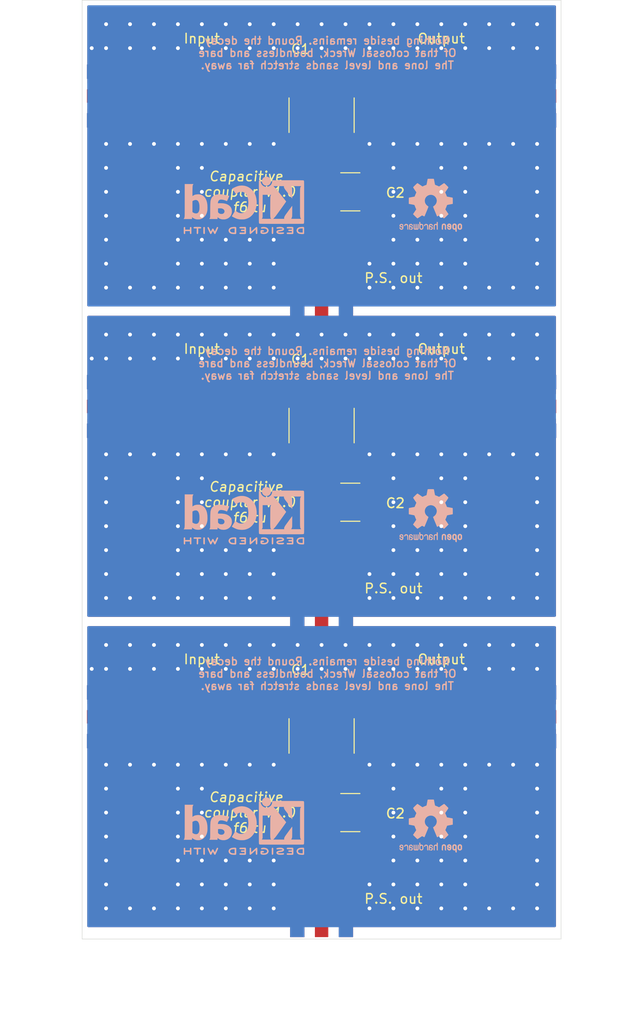
<source format=kicad_pcb>
(kicad_pcb (version 20171130) (host pcbnew "(5.1.5)-3")
  (layers (0 F.Cu signal) (31 B.Cu signal) (34 B.Paste user) (35 F.Paste user) (36 B.SilkS user) (37 F.SilkS user) (38 B.Mask user) (39 F.Mask user) (44 Edge.Cuts user))
  (net 0 "")
  (net 1 "Net-(C1-Pad1)")
  (net 2 "Net-(C1-Pad2)")
  (net 3 GND)
  (module Symbol:OSHW-Logo2_7.3x6mm_SilkScreen (layer B.Cu) (at 86.4 56.4 180)
    (fp_text reference REF** hide)
    (fp_text value OSHW-Logo2_7.3x6mm_SilkScreen hide)
  )
  (module Symbol:KiCad-Logo2_5mm_SilkScreen (layer B.Cu) (at 66.9 56.4 180)
    (fp_text reference REF** hide)
    (fp_text value KiCad-Logo2_5mm_SilkScreen hide)
  )
  (module transitions_strip:stip_2-9v1 (layer F.Cu) (at 75 63 270)
    (fp_text reference REF** hide)
    (fp_text value stip_2-9v1)
    (fp_line (start 1.9 -0.4) (end -1 -1.4) (layer F.Cu) (width 0.1))
    (fp_line (start -1 1.4) (end 1.9 0.4) (layer F.Cu) (width 0.1))
    (fp_line (start 2 0) (end -1.1 0) (layer F.Cu) (width 0.5))
    (fp_line (start 2 0) (end -1.2 1.1) (layer F.Cu) (width 0.5))
    (fp_line (start 2 0) (end -1.2 -1.1) (layer F.Cu) (width 0.5))
    (fp_line (start 2 0) (end -1 -0.5) (layer F.Cu) (width 0.5))
    (fp_line (start 1.9 0) (end -1 0.5) (layer F.Cu) (width 0.5))
    (fp_line (start 1.9 0.3) (end -1.1 1.4) (layer F.Cu) (width 0.1))
    (fp_line (start -1.1 -1.4) (end 1.9 -0.3) (layer F.Cu) (width 0.1))
    (fp_line (start -0.2 -1) (end -1.1 -1.3) (layer F.Cu) (width 0.1))
    (fp_line (start -0.2 1) (end -1.3 1.4) (layer F.Cu) (width 0.1))
    (pad 2 smd rect (at 2 0 270) (size 0.5 1) (layers F.Cu F.Paste F.Mask))
    (pad 1 smd rect (at -2 0 270) (size 2 2.9) (layers F.Cu F.Paste F.Mask))
  )
  (module transitions_strip:stip_2-9v1 (layer F.Cu) (at 93 45)
    (fp_text reference REF** hide)
    (fp_text value stip_2-9v1)
    (fp_line (start 1.9 -0.4) (end -1 -1.4) (layer F.Cu) (width 0.1))
    (fp_line (start -1 1.4) (end 1.9 0.4) (layer F.Cu) (width 0.1))
    (fp_line (start 2 0) (end -1.1 0) (layer F.Cu) (width 0.5))
    (fp_line (start 2 0) (end -1.2 1.1) (layer F.Cu) (width 0.5))
    (fp_line (start 2 0) (end -1.2 -1.1) (layer F.Cu) (width 0.5))
    (fp_line (start 2 0) (end -1 -0.5) (layer F.Cu) (width 0.5))
    (fp_line (start 1.9 0) (end -1 0.5) (layer F.Cu) (width 0.5))
    (fp_line (start 1.9 0.3) (end -1.1 1.4) (layer F.Cu) (width 0.1))
    (fp_line (start -1.1 -1.4) (end 1.9 -0.3) (layer F.Cu) (width 0.1))
    (fp_line (start -0.2 -1) (end -1.1 -1.3) (layer F.Cu) (width 0.1))
    (fp_line (start -0.2 1) (end -1.3 1.4) (layer F.Cu) (width 0.1))
    (pad 2 smd rect (at 2 0) (size 0.5 1) (layers F.Cu F.Paste F.Mask))
    (pad 1 smd rect (at -2 0) (size 2 2.9) (layers F.Cu F.Paste F.Mask))
  )
  (module transitions_strip:stip_2-9v1 (layer F.Cu) (at 58 45 180)
    (fp_text reference REF** hide)
    (fp_text value stip_2-9v1)
    (fp_line (start 1.9 -0.4) (end -1 -1.4) (layer F.Cu) (width 0.1))
    (fp_line (start -1 1.4) (end 1.9 0.4) (layer F.Cu) (width 0.1))
    (fp_line (start 2 0) (end -1.1 0) (layer F.Cu) (width 0.5))
    (fp_line (start 2 0) (end -1.2 1.1) (layer F.Cu) (width 0.5))
    (fp_line (start 2 0) (end -1.2 -1.1) (layer F.Cu) (width 0.5))
    (fp_line (start 2 0) (end -1 -0.5) (layer F.Cu) (width 0.5))
    (fp_line (start 1.9 0) (end -1 0.5) (layer F.Cu) (width 0.5))
    (fp_line (start 1.9 0.3) (end -1.1 1.4) (layer F.Cu) (width 0.1))
    (fp_line (start -1.1 -1.4) (end 1.9 -0.3) (layer F.Cu) (width 0.1))
    (fp_line (start -0.2 -1) (end -1.1 -1.3) (layer F.Cu) (width 0.1))
    (fp_line (start -0.2 1) (end -1.3 1.4) (layer F.Cu) (width 0.1))
    (pad 2 smd rect (at 2 0 180) (size 0.5 1) (layers F.Cu F.Paste F.Mask))
    (pad 1 smd rect (at -2 0 180) (size 2 2.9) (layers F.Cu F.Paste F.Mask))
  )
  (module ATC_B:ATC_500_Dual_HandSoldering (layer F.Cu) (at 75 47 270)
    (fp_text reference C1 (at -6.9 2.2 180) (layer F.SilkS))
    (fp_text value 2.2p)
    (pad 1 smd rect (at -2 0 270) (size 2.2 6.35) (layers F.Cu F.Paste F.Mask) (net 1 "Net-(C1-Pad1)"))
    (pad 2 smd rect (at 2 0 270) (size 2.2 6.35) (layers F.Cu F.Paste F.Mask) (net 2 "Net-(C1-Pad2)"))
  )
  (module ATC_B:ATC_500_HandSoldering (layer F.Cu) (at 78 55)
    (fp_text reference C2 (at 4.7 0.1) (layer F.SilkS))
    (fp_text value 2.2n)
    (fp_text user %R (at 4.7 0.1) (layer F.SilkS))
    (pad 1 smd rect (at -2 0) (size 2 3.5) (layers F.Cu F.Paste F.Mask) (net 2 "Net-(C1-Pad2)"))
    (pad 2 smd rect (at 2 0) (size 2 3.5) (layers F.Cu F.Paste F.Mask) (net 3 GND))
  )
  (module SMA_PINS:SMA_EDGE_NRW (layer F.Cu) (at 52.5 45 180)
    (fp_text reference J1 hide)
    (fp_text value "N Conn" hide)
    (pad 1 smd rect (at 0 0 180) (size 4 1.4) (layers F.Cu F.Paste F.Mask) (net 1 "Net-(C1-Pad1)"))
    (pad 2 smd rect (at 0 -2.54 180) (size 4 1.5) (layers F.Cu F.Paste F.Mask) (net 3 GND))
    (pad 2 smd rect (at 0 2.54 180) (size 4 1.5) (layers F.Cu F.Paste F.Mask) (net 3 GND))
    (pad 2 smd rect (at 0 -2.54 180) (size 4 1.5) (layers B.Cu B.Paste B.Mask) (net 3 GND))
    (pad 2 smd rect (at 0 2.54 180) (size 4 1.5) (layers B.Cu B.Paste B.Mask) (net 3 GND))
  )
  (module SMA_PINS:SMA_EDGE_NRW (layer F.Cu) (at 97.5 45)
    (fp_text reference J2 hide)
    (fp_text value "N Conn" hide)
    (pad 2 smd rect (at 0 2.54) (size 4 1.5) (layers B.Cu B.Paste B.Mask) (net 3 GND))
    (pad 2 smd rect (at 0 -2.54) (size 4 1.5) (layers B.Cu B.Paste B.Mask) (net 3 GND))
    (pad 2 smd rect (at 0 2.54) (size 4 1.5) (layers F.Cu F.Paste F.Mask) (net 3 GND))
    (pad 2 smd rect (at 0 -2.54) (size 4 1.5) (layers F.Cu F.Paste F.Mask) (net 3 GND))
    (pad 1 smd rect (at 0 0) (size 4 1.4) (layers F.Cu F.Paste F.Mask) (net 1 "Net-(C1-Pad1)"))
  )
  (module SMA_PINS:SMA_EDGE_NRW (layer F.Cu) (at 75 66 270)
    (fp_text reference J3 hide)
    (fp_text value sma hide)
    (pad 1 smd rect (at 0 0 270) (size 4 1.4) (layers F.Cu F.Paste F.Mask) (net 2 "Net-(C1-Pad2)"))
    (pad 2 smd rect (at 0 -2.54 270) (size 4 1.5) (layers F.Cu F.Paste F.Mask) (net 3 GND))
    (pad 2 smd rect (at 0 2.54 270) (size 4 1.5) (layers F.Cu F.Paste F.Mask) (net 3 GND))
    (pad 2 smd rect (at 0 -2.54 270) (size 4 1.5) (layers B.Cu B.Paste B.Mask) (net 3 GND))
    (pad 2 smd rect (at 0 2.54 270) (size 4 1.5) (layers B.Cu B.Paste B.Mask) (net 3 GND))
  )
  (module Symbol:OSHW-Logo2_7.3x6mm_SilkScreen (layer B.Cu) (at 86.4 88.8 180)
    (fp_text reference REF** hide)
    (fp_text value OSHW-Logo2_7.3x6mm_SilkScreen hide)
  )
  (module Symbol:KiCad-Logo2_5mm_SilkScreen (layer B.Cu) (at 66.9 88.8 180)
    (fp_text reference REF** hide)
    (fp_text value KiCad-Logo2_5mm_SilkScreen hide)
  )
  (module transitions_strip:stip_2-9v1 (layer F.Cu) (at 75 95.4 270)
    (fp_text reference REF** hide)
    (fp_text value stip_2-9v1)
    (fp_line (start 1.9 -0.4) (end -1 -1.4) (layer F.Cu) (width 0.1))
    (fp_line (start -1 1.4) (end 1.9 0.4) (layer F.Cu) (width 0.1))
    (fp_line (start 2 0) (end -1.1 0) (layer F.Cu) (width 0.5))
    (fp_line (start 2 0) (end -1.2 1.1) (layer F.Cu) (width 0.5))
    (fp_line (start 2 0) (end -1.2 -1.1) (layer F.Cu) (width 0.5))
    (fp_line (start 2 0) (end -1 -0.5) (layer F.Cu) (width 0.5))
    (fp_line (start 1.9 0) (end -1 0.5) (layer F.Cu) (width 0.5))
    (fp_line (start 1.9 0.3) (end -1.1 1.4) (layer F.Cu) (width 0.1))
    (fp_line (start -1.1 -1.4) (end 1.9 -0.3) (layer F.Cu) (width 0.1))
    (fp_line (start -0.2 -1) (end -1.1 -1.3) (layer F.Cu) (width 0.1))
    (fp_line (start -0.2 1) (end -1.3 1.4) (layer F.Cu) (width 0.1))
    (pad 2 smd rect (at 2 0 270) (size 0.5 1) (layers F.Cu F.Paste F.Mask))
    (pad 1 smd rect (at -2 0 270) (size 2 2.9) (layers F.Cu F.Paste F.Mask))
  )
  (module transitions_strip:stip_2-9v1 (layer F.Cu) (at 93 77.4)
    (fp_text reference REF** hide)
    (fp_text value stip_2-9v1)
    (fp_line (start 1.9 -0.4) (end -1 -1.4) (layer F.Cu) (width 0.1))
    (fp_line (start -1 1.4) (end 1.9 0.4) (layer F.Cu) (width 0.1))
    (fp_line (start 2 0) (end -1.1 0) (layer F.Cu) (width 0.5))
    (fp_line (start 2 0) (end -1.2 1.1) (layer F.Cu) (width 0.5))
    (fp_line (start 2 0) (end -1.2 -1.1) (layer F.Cu) (width 0.5))
    (fp_line (start 2 0) (end -1 -0.5) (layer F.Cu) (width 0.5))
    (fp_line (start 1.9 0) (end -1 0.5) (layer F.Cu) (width 0.5))
    (fp_line (start 1.9 0.3) (end -1.1 1.4) (layer F.Cu) (width 0.1))
    (fp_line (start -1.1 -1.4) (end 1.9 -0.3) (layer F.Cu) (width 0.1))
    (fp_line (start -0.2 -1) (end -1.1 -1.3) (layer F.Cu) (width 0.1))
    (fp_line (start -0.2 1) (end -1.3 1.4) (layer F.Cu) (width 0.1))
    (pad 2 smd rect (at 2 0) (size 0.5 1) (layers F.Cu F.Paste F.Mask))
    (pad 1 smd rect (at -2 0) (size 2 2.9) (layers F.Cu F.Paste F.Mask))
  )
  (module transitions_strip:stip_2-9v1 (layer F.Cu) (at 58 77.4 180)
    (fp_text reference REF** hide)
    (fp_text value stip_2-9v1)
    (fp_line (start 1.9 -0.4) (end -1 -1.4) (layer F.Cu) (width 0.1))
    (fp_line (start -1 1.4) (end 1.9 0.4) (layer F.Cu) (width 0.1))
    (fp_line (start 2 0) (end -1.1 0) (layer F.Cu) (width 0.5))
    (fp_line (start 2 0) (end -1.2 1.1) (layer F.Cu) (width 0.5))
    (fp_line (start 2 0) (end -1.2 -1.1) (layer F.Cu) (width 0.5))
    (fp_line (start 2 0) (end -1 -0.5) (layer F.Cu) (width 0.5))
    (fp_line (start 1.9 0) (end -1 0.5) (layer F.Cu) (width 0.5))
    (fp_line (start 1.9 0.3) (end -1.1 1.4) (layer F.Cu) (width 0.1))
    (fp_line (start -1.1 -1.4) (end 1.9 -0.3) (layer F.Cu) (width 0.1))
    (fp_line (start -0.2 -1) (end -1.1 -1.3) (layer F.Cu) (width 0.1))
    (fp_line (start -0.2 1) (end -1.3 1.4) (layer F.Cu) (width 0.1))
    (pad 2 smd rect (at 2 0 180) (size 0.5 1) (layers F.Cu F.Paste F.Mask))
    (pad 1 smd rect (at -2 0 180) (size 2 2.9) (layers F.Cu F.Paste F.Mask))
  )
  (module ATC_B:ATC_500_Dual_HandSoldering (layer F.Cu) (at 75 79.4 270)
    (fp_text reference C1 (at -6.9 2.2 180) (layer F.SilkS))
    (fp_text value 2.2p)
    (pad 1 smd rect (at -2 0 270) (size 2.2 6.35) (layers F.Cu F.Paste F.Mask) (net 1 "Net-(C1-Pad1)"))
    (pad 2 smd rect (at 2 0 270) (size 2.2 6.35) (layers F.Cu F.Paste F.Mask) (net 2 "Net-(C1-Pad2)"))
  )
  (module ATC_B:ATC_500_HandSoldering (layer F.Cu) (at 78 87.4)
    (fp_text reference C2 (at 4.7 0.1) (layer F.SilkS))
    (fp_text value 2.2n)
    (fp_text user %R (at 4.7 0.1) (layer F.SilkS))
    (pad 1 smd rect (at -2 0) (size 2 3.5) (layers F.Cu F.Paste F.Mask) (net 2 "Net-(C1-Pad2)"))
    (pad 2 smd rect (at 2 0) (size 2 3.5) (layers F.Cu F.Paste F.Mask) (net 3 GND))
  )
  (module SMA_PINS:SMA_EDGE_NRW (layer F.Cu) (at 52.5 77.4 180)
    (fp_text reference J1 hide)
    (fp_text value "N Conn" hide)
    (pad 1 smd rect (at 0 0 180) (size 4 1.4) (layers F.Cu F.Paste F.Mask) (net 1 "Net-(C1-Pad1)"))
    (pad 2 smd rect (at 0 -2.54 180) (size 4 1.5) (layers F.Cu F.Paste F.Mask) (net 3 GND))
    (pad 2 smd rect (at 0 2.54 180) (size 4 1.5) (layers F.Cu F.Paste F.Mask) (net 3 GND))
    (pad 2 smd rect (at 0 -2.54 180) (size 4 1.5) (layers B.Cu B.Paste B.Mask) (net 3 GND))
    (pad 2 smd rect (at 0 2.54 180) (size 4 1.5) (layers B.Cu B.Paste B.Mask) (net 3 GND))
  )
  (module SMA_PINS:SMA_EDGE_NRW (layer F.Cu) (at 97.5 77.4)
    (fp_text reference J2 hide)
    (fp_text value "N Conn" hide)
    (pad 2 smd rect (at 0 2.54) (size 4 1.5) (layers B.Cu B.Paste B.Mask) (net 3 GND))
    (pad 2 smd rect (at 0 -2.54) (size 4 1.5) (layers B.Cu B.Paste B.Mask) (net 3 GND))
    (pad 2 smd rect (at 0 2.54) (size 4 1.5) (layers F.Cu F.Paste F.Mask) (net 3 GND))
    (pad 2 smd rect (at 0 -2.54) (size 4 1.5) (layers F.Cu F.Paste F.Mask) (net 3 GND))
    (pad 1 smd rect (at 0 0) (size 4 1.4) (layers F.Cu F.Paste F.Mask) (net 1 "Net-(C1-Pad1)"))
  )
  (module SMA_PINS:SMA_EDGE_NRW (layer F.Cu) (at 75 98.4 270)
    (fp_text reference J3 hide)
    (fp_text value sma hide)
    (pad 1 smd rect (at 0 0 270) (size 4 1.4) (layers F.Cu F.Paste F.Mask) (net 2 "Net-(C1-Pad2)"))
    (pad 2 smd rect (at 0 -2.54 270) (size 4 1.5) (layers F.Cu F.Paste F.Mask) (net 3 GND))
    (pad 2 smd rect (at 0 2.54 270) (size 4 1.5) (layers F.Cu F.Paste F.Mask) (net 3 GND))
    (pad 2 smd rect (at 0 -2.54 270) (size 4 1.5) (layers B.Cu B.Paste B.Mask) (net 3 GND))
    (pad 2 smd rect (at 0 2.54 270) (size 4 1.5) (layers B.Cu B.Paste B.Mask) (net 3 GND))
  )
  (module Symbol:OSHW-Logo2_7.3x6mm_SilkScreen (layer B.Cu) (at 86.4 121.2 180)
    (fp_text reference REF** hide)
    (fp_text value OSHW-Logo2_7.3x6mm_SilkScreen hide)
  )
  (module Symbol:KiCad-Logo2_5mm_SilkScreen (layer B.Cu) (at 66.9 121.2 180)
    (fp_text reference REF** hide)
    (fp_text value KiCad-Logo2_5mm_SilkScreen hide)
  )
  (module transitions_strip:stip_2-9v1 (layer F.Cu) (at 75 127.8 270)
    (fp_text reference REF** hide)
    (fp_text value stip_2-9v1)
    (fp_line (start 1.9 -0.4) (end -1 -1.4) (layer F.Cu) (width 0.1))
    (fp_line (start -1 1.4) (end 1.9 0.4) (layer F.Cu) (width 0.1))
    (fp_line (start 2 0) (end -1.1 0) (layer F.Cu) (width 0.5))
    (fp_line (start 2 0) (end -1.2 1.1) (layer F.Cu) (width 0.5))
    (fp_line (start 2 0) (end -1.2 -1.1) (layer F.Cu) (width 0.5))
    (fp_line (start 2 0) (end -1 -0.5) (layer F.Cu) (width 0.5))
    (fp_line (start 1.9 0) (end -1 0.5) (layer F.Cu) (width 0.5))
    (fp_line (start 1.9 0.3) (end -1.1 1.4) (layer F.Cu) (width 0.1))
    (fp_line (start -1.1 -1.4) (end 1.9 -0.3) (layer F.Cu) (width 0.1))
    (fp_line (start -0.2 -1) (end -1.1 -1.3) (layer F.Cu) (width 0.1))
    (fp_line (start -0.2 1) (end -1.3 1.4) (layer F.Cu) (width 0.1))
    (pad 2 smd rect (at 2 0 270) (size 0.5 1) (layers F.Cu F.Paste F.Mask))
    (pad 1 smd rect (at -2 0 270) (size 2 2.9) (layers F.Cu F.Paste F.Mask))
  )
  (module transitions_strip:stip_2-9v1 (layer F.Cu) (at 93 109.8)
    (fp_text reference REF** hide)
    (fp_text value stip_2-9v1)
    (fp_line (start 1.9 -0.4) (end -1 -1.4) (layer F.Cu) (width 0.1))
    (fp_line (start -1 1.4) (end 1.9 0.4) (layer F.Cu) (width 0.1))
    (fp_line (start 2 0) (end -1.1 0) (layer F.Cu) (width 0.5))
    (fp_line (start 2 0) (end -1.2 1.1) (layer F.Cu) (width 0.5))
    (fp_line (start 2 0) (end -1.2 -1.1) (layer F.Cu) (width 0.5))
    (fp_line (start 2 0) (end -1 -0.5) (layer F.Cu) (width 0.5))
    (fp_line (start 1.9 0) (end -1 0.5) (layer F.Cu) (width 0.5))
    (fp_line (start 1.9 0.3) (end -1.1 1.4) (layer F.Cu) (width 0.1))
    (fp_line (start -1.1 -1.4) (end 1.9 -0.3) (layer F.Cu) (width 0.1))
    (fp_line (start -0.2 -1) (end -1.1 -1.3) (layer F.Cu) (width 0.1))
    (fp_line (start -0.2 1) (end -1.3 1.4) (layer F.Cu) (width 0.1))
    (pad 2 smd rect (at 2 0) (size 0.5 1) (layers F.Cu F.Paste F.Mask))
    (pad 1 smd rect (at -2 0) (size 2 2.9) (layers F.Cu F.Paste F.Mask))
  )
  (module transitions_strip:stip_2-9v1 (layer F.Cu) (at 58 109.8 180)
    (fp_text reference REF** hide)
    (fp_text value stip_2-9v1)
    (fp_line (start 1.9 -0.4) (end -1 -1.4) (layer F.Cu) (width 0.1))
    (fp_line (start -1 1.4) (end 1.9 0.4) (layer F.Cu) (width 0.1))
    (fp_line (start 2 0) (end -1.1 0) (layer F.Cu) (width 0.5))
    (fp_line (start 2 0) (end -1.2 1.1) (layer F.Cu) (width 0.5))
    (fp_line (start 2 0) (end -1.2 -1.1) (layer F.Cu) (width 0.5))
    (fp_line (start 2 0) (end -1 -0.5) (layer F.Cu) (width 0.5))
    (fp_line (start 1.9 0) (end -1 0.5) (layer F.Cu) (width 0.5))
    (fp_line (start 1.9 0.3) (end -1.1 1.4) (layer F.Cu) (width 0.1))
    (fp_line (start -1.1 -1.4) (end 1.9 -0.3) (layer F.Cu) (width 0.1))
    (fp_line (start -0.2 -1) (end -1.1 -1.3) (layer F.Cu) (width 0.1))
    (fp_line (start -0.2 1) (end -1.3 1.4) (layer F.Cu) (width 0.1))
    (pad 2 smd rect (at 2 0 180) (size 0.5 1) (layers F.Cu F.Paste F.Mask))
    (pad 1 smd rect (at -2 0 180) (size 2 2.9) (layers F.Cu F.Paste F.Mask))
  )
  (module ATC_B:ATC_500_Dual_HandSoldering (layer F.Cu) (at 75 111.8 270)
    (fp_text reference C1 (at -6.9 2.2 180) (layer F.SilkS))
    (fp_text value 2.2p)
    (pad 1 smd rect (at -2 0 270) (size 2.2 6.35) (layers F.Cu F.Paste F.Mask) (net 1 "Net-(C1-Pad1)"))
    (pad 2 smd rect (at 2 0 270) (size 2.2 6.35) (layers F.Cu F.Paste F.Mask) (net 2 "Net-(C1-Pad2)"))
  )
  (module ATC_B:ATC_500_HandSoldering (layer F.Cu) (at 78 119.8)
    (fp_text reference C2 (at 4.7 0.1) (layer F.SilkS))
    (fp_text value 2.2n)
    (fp_text user %R (at 4.7 0.1) (layer F.SilkS))
    (pad 1 smd rect (at -2 0) (size 2 3.5) (layers F.Cu F.Paste F.Mask) (net 2 "Net-(C1-Pad2)"))
    (pad 2 smd rect (at 2 0) (size 2 3.5) (layers F.Cu F.Paste F.Mask) (net 3 GND))
  )
  (module SMA_PINS:SMA_EDGE_NRW (layer F.Cu) (at 52.5 109.8 180)
    (fp_text reference J1 hide)
    (fp_text value "N Conn" hide)
    (pad 1 smd rect (at 0 0 180) (size 4 1.4) (layers F.Cu F.Paste F.Mask) (net 1 "Net-(C1-Pad1)"))
    (pad 2 smd rect (at 0 -2.54 180) (size 4 1.5) (layers F.Cu F.Paste F.Mask) (net 3 GND))
    (pad 2 smd rect (at 0 2.54 180) (size 4 1.5) (layers F.Cu F.Paste F.Mask) (net 3 GND))
    (pad 2 smd rect (at 0 -2.54 180) (size 4 1.5) (layers B.Cu B.Paste B.Mask) (net 3 GND))
    (pad 2 smd rect (at 0 2.54 180) (size 4 1.5) (layers B.Cu B.Paste B.Mask) (net 3 GND))
  )
  (module SMA_PINS:SMA_EDGE_NRW (layer F.Cu) (at 97.5 109.8)
    (fp_text reference J2 hide)
    (fp_text value "N Conn" hide)
    (pad 2 smd rect (at 0 2.54) (size 4 1.5) (layers B.Cu B.Paste B.Mask) (net 3 GND))
    (pad 2 smd rect (at 0 -2.54) (size 4 1.5) (layers B.Cu B.Paste B.Mask) (net 3 GND))
    (pad 2 smd rect (at 0 2.54) (size 4 1.5) (layers F.Cu F.Paste F.Mask) (net 3 GND))
    (pad 2 smd rect (at 0 -2.54) (size 4 1.5) (layers F.Cu F.Paste F.Mask) (net 3 GND))
    (pad 1 smd rect (at 0 0) (size 4 1.4) (layers F.Cu F.Paste F.Mask) (net 1 "Net-(C1-Pad1)"))
  )
  (module SMA_PINS:SMA_EDGE_NRW (layer F.Cu) (at 75 130.8 270)
    (fp_text reference J3 hide)
    (fp_text value sma hide)
    (pad 1 smd rect (at 0 0 270) (size 4 1.4) (layers F.Cu F.Paste F.Mask) (net 2 "Net-(C1-Pad2)"))
    (pad 2 smd rect (at 0 -2.54 270) (size 4 1.5) (layers F.Cu F.Paste F.Mask) (net 3 GND))
    (pad 2 smd rect (at 0 2.54 270) (size 4 1.5) (layers F.Cu F.Paste F.Mask) (net 3 GND))
    (pad 2 smd rect (at 0 -2.54 270) (size 4 1.5) (layers B.Cu B.Paste B.Mask) (net 3 GND))
    (pad 2 smd rect (at 0 2.54 270) (size 4 1.5) (layers B.Cu B.Paste B.Mask) (net 3 GND))
  )
  (gr_line (start 50 133) (end 50 35) (layer Edge.Cuts) (width 0.05))
  (gr_line (start 100 133) (end 50 133) (layer Edge.Cuts) (width 0.05))
  (gr_line (start 100 35) (end 100 133) (layer Edge.Cuts) (width 0.05))
  (gr_line (start 50 35) (end 100 35) (layer Edge.Cuts) (width 0.05))
  (gr_text "Nothing beside remains. Round the decay\nOf that colossal Wreck, boundless and bare\nThe lone and level sands stretch far away." (at 75.6 40.5) (layer B.SilkS) (effects (font (size 0.8 0.8)) (justify mirror)))
  (gr_text Output (at 87.5 39) (layer F.SilkS) (effects (font (size 1 1))))
  (gr_text Input (at 62.5 39) (layer F.SilkS) (effects (font (size 1 1))))
  (gr_text "P.S. out" (at 82.5 64) (layer F.SilkS) (effects (font (size 1 1))))
  (gr_text "Capacitive \ncoupler V1.0\nf6itu" (at 67.5 55) (layer F.SilkS) (effects (font (size 1 1) (thickness 0.15) italic)))
  (gr_text "Nothing beside remains. Round the decay\nOf that colossal Wreck, boundless and bare\nThe lone and level sands stretch far away." (at 75.6 72.9) (layer B.SilkS) (effects (font (size 0.8 0.8)) (justify mirror)))
  (gr_text Output (at 87.5 71.4) (layer F.SilkS) (effects (font (size 1 1))))
  (gr_text Input (at 62.5 71.4) (layer F.SilkS) (effects (font (size 1 1))))
  (gr_text "P.S. out" (at 82.5 96.4) (layer F.SilkS) (effects (font (size 1 1))))
  (gr_text "Capacitive \ncoupler V1.0\nf6itu" (at 67.5 87.4) (layer F.SilkS) (effects (font (size 1 1) (thickness 0.15) italic)))
  (gr_text "Nothing beside remains. Round the decay\nOf that colossal Wreck, boundless and bare\nThe lone and level sands stretch far away." (at 75.6 105.3) (layer B.SilkS) (effects (font (size 0.8 0.8)) (justify mirror)))
  (gr_text Output (at 87.5 103.8) (layer F.SilkS) (effects (font (size 1 1))))
  (gr_text Input (at 62.5 103.8) (layer F.SilkS) (effects (font (size 1 1))))
  (gr_text "P.S. out" (at 82.5 128.8) (layer F.SilkS) (effects (font (size 1 1))))
  (gr_text "Capacitive \ncoupler V1.0\nf6itu" (at 67.5 119.8) (layer F.SilkS) (effects (font (size 1 1) (thickness 0.15) italic)))
  (segment (start 75 45) (end 90 45) (width 2.9) (layer F.Cu) (net 1))
  (segment (start 90 45) (end 60 45) (width 2.9) (layer F.Cu) (net 1))
  (segment (start 55 45) (end 60 45) (width 1.5) (layer F.Cu) (net 1))
  (segment (start 95 45) (end 90 45) (width 1.5) (layer F.Cu) (net 1))
  (segment (start 75 77.4) (end 90 77.4) (width 2.9) (layer F.Cu) (net 1))
  (segment (start 90 77.4) (end 60 77.4) (width 2.9) (layer F.Cu) (net 1))
  (segment (start 55 77.4) (end 60 77.4) (width 1.5) (layer F.Cu) (net 1))
  (segment (start 95 77.4) (end 90 77.4) (width 1.5) (layer F.Cu) (net 1))
  (segment (start 75 109.8) (end 90 109.8) (width 2.9) (layer F.Cu) (net 1))
  (segment (start 90 109.8) (end 60 109.8) (width 2.9) (layer F.Cu) (net 1))
  (segment (start 55 109.8) (end 60 109.8) (width 1.5) (layer F.Cu) (net 1))
  (segment (start 95 109.8) (end 90 109.8) (width 1.5) (layer F.Cu) (net 1))
  (segment (start 75 49.5) (end 75 60.5) (width 2.9) (layer F.Cu) (net 2))
  (segment (start 75 81.9) (end 75 92.9) (width 2.9) (layer F.Cu) (net 2))
  (segment (start 75 114.3) (end 75 125.3) (width 2.9) (layer F.Cu) (net 2))
  (via (at 51 40) (size 0.8) (drill 0.4) (layers F.Cu B.Cu) (net 3))
  (via (at 55 40) (size 0.8) (drill 0.4) (layers F.Cu B.Cu) (net 3))
  (via (at 60 40) (size 0.8) (drill 0.4) (layers F.Cu B.Cu) (net 3))
  (via (at 65 40) (size 0.8) (drill 0.4) (layers F.Cu B.Cu) (net 3))
  (via (at 70 40) (size 0.8) (drill 0.4) (layers F.Cu B.Cu) (net 3))
  (via (at 75 40) (size 0.8) (drill 0.4) (layers F.Cu B.Cu) (net 3))
  (via (at 80 40) (size 0.8) (drill 0.4) (layers F.Cu B.Cu) (net 3))
  (via (at 85 40) (size 0.8) (drill 0.4) (layers F.Cu B.Cu) (net 3))
  (via (at 90 40) (size 0.8) (drill 0.4) (layers F.Cu B.Cu) (net 3))
  (via (at 95 40) (size 0.8) (drill 0.4) (layers F.Cu B.Cu) (net 3))
  (via (at 95 50) (size 0.8) (drill 0.4) (layers F.Cu B.Cu) (net 3))
  (via (at 90 50) (size 0.8) (drill 0.4) (layers F.Cu B.Cu) (net 3))
  (via (at 85 50) (size 0.8) (drill 0.4) (layers F.Cu B.Cu) (net 3))
  (via (at 80 50) (size 0.8) (drill 0.4) (layers F.Cu B.Cu) (net 3))
  (via (at 70 50) (size 0.8) (drill 0.4) (layers F.Cu B.Cu) (net 3))
  (via (at 65 50) (size 0.8) (drill 0.4) (layers F.Cu B.Cu) (net 3))
  (via (at 60 50) (size 0.8) (drill 0.4) (layers F.Cu B.Cu) (net 3))
  (via (at 55 50) (size 0.8) (drill 0.4) (layers F.Cu B.Cu) (net 3))
  (via (at 52.5 40) (size 0.8) (drill 0.4) (layers F.Cu B.Cu) (net 3))
  (via (at 57.5 40) (size 0.8) (drill 0.4) (layers F.Cu B.Cu) (net 3))
  (via (at 62.5 40) (size 0.8) (drill 0.4) (layers F.Cu B.Cu) (net 3))
  (via (at 67.5 40) (size 0.8) (drill 0.4) (layers F.Cu B.Cu) (net 3))
  (via (at 72.5 40) (size 0.8) (drill 0.4) (layers F.Cu B.Cu) (net 3))
  (via (at 77.5 40) (size 0.8) (drill 0.4) (layers F.Cu B.Cu) (net 3))
  (via (at 82.5 40) (size 0.8) (drill 0.4) (layers F.Cu B.Cu) (net 3))
  (via (at 87.5 40) (size 0.8) (drill 0.4) (layers F.Cu B.Cu) (net 3))
  (via (at 92.5 40) (size 0.8) (drill 0.4) (layers F.Cu B.Cu) (net 3))
  (via (at 97.5 40) (size 0.8) (drill 0.4) (layers F.Cu B.Cu) (net 3))
  (via (at 97.5 50) (size 0.8) (drill 0.4) (layers F.Cu B.Cu) (net 3))
  (via (at 92.5 50) (size 0.8) (drill 0.4) (layers F.Cu B.Cu) (net 3))
  (via (at 87.5 50) (size 0.8) (drill 0.4) (layers F.Cu B.Cu) (net 3))
  (via (at 82.5 50) (size 0.8) (drill 0.4) (layers F.Cu B.Cu) (net 3))
  (via (at 67.5 50) (size 0.8) (drill 0.4) (layers F.Cu B.Cu) (net 3))
  (via (at 62.5 50) (size 0.8) (drill 0.4) (layers F.Cu B.Cu) (net 3))
  (via (at 57.5 50) (size 0.8) (drill 0.4) (layers F.Cu B.Cu) (net 3))
  (via (at 52.5 50) (size 0.8) (drill 0.4) (layers F.Cu B.Cu) (net 3))
  (via (at 52.5 52.5) (size 0.8) (drill 0.4) (layers F.Cu B.Cu) (net 3))
  (via (at 52.5 55) (size 0.8) (drill 0.4) (layers F.Cu B.Cu) (net 3))
  (via (at 52.5 57.5) (size 0.8) (drill 0.4) (layers F.Cu B.Cu) (net 3))
  (via (at 52.5 62.5) (size 0.8) (drill 0.4) (layers F.Cu B.Cu) (net 3))
  (via (at 52.5 60) (size 0.8) (drill 0.4) (layers F.Cu B.Cu) (net 3))
  (via (at 52.5 65) (size 0.8) (drill 0.4) (layers F.Cu B.Cu) (net 3))
  (via (at 97.5 65) (size 0.8) (drill 0.4) (layers F.Cu B.Cu) (net 3))
  (via (at 97.5 62.5) (size 0.8) (drill 0.4) (layers F.Cu B.Cu) (net 3))
  (via (at 97.5 60) (size 0.8) (drill 0.4) (layers F.Cu B.Cu) (net 3))
  (via (at 97.5 57.5) (size 0.8) (drill 0.4) (layers F.Cu B.Cu) (net 3))
  (via (at 97.5 55) (size 0.8) (drill 0.4) (layers F.Cu B.Cu) (net 3))
  (via (at 97.5 52.5) (size 0.8) (drill 0.4) (layers F.Cu B.Cu) (net 3))
  (via (at 97.5 37.5) (size 0.8) (drill 0.4) (layers F.Cu B.Cu) (net 3))
  (via (at 95 37.5) (size 0.8) (drill 0.4) (layers F.Cu B.Cu) (net 3))
  (via (at 92.5 37.5) (size 0.8) (drill 0.4) (layers F.Cu B.Cu) (net 3))
  (via (at 90 37.5) (size 0.8) (drill 0.4) (layers F.Cu B.Cu) (net 3))
  (via (at 87.5 37.5) (size 0.8) (drill 0.4) (layers F.Cu B.Cu) (net 3))
  (via (at 85 37.5) (size 0.8) (drill 0.4) (layers F.Cu B.Cu) (net 3))
  (via (at 82.5 37.5) (size 0.8) (drill 0.4) (layers F.Cu B.Cu) (net 3))
  (via (at 80 37.5) (size 0.8) (drill 0.4) (layers F.Cu B.Cu) (net 3))
  (via (at 77.5 37.5) (size 0.8) (drill 0.4) (layers F.Cu B.Cu) (net 3))
  (via (at 75 37.5) (size 0.8) (drill 0.4) (layers F.Cu B.Cu) (net 3))
  (via (at 72.5 37.5) (size 0.8) (drill 0.4) (layers F.Cu B.Cu) (net 3))
  (via (at 70 37.5) (size 0.8) (drill 0.4) (layers F.Cu B.Cu) (net 3))
  (via (at 67.5 37.5) (size 0.8) (drill 0.4) (layers F.Cu B.Cu) (net 3))
  (via (at 65 37.5) (size 0.8) (drill 0.4) (layers F.Cu B.Cu) (net 3))
  (via (at 62.5 37.5) (size 0.8) (drill 0.4) (layers F.Cu B.Cu) (net 3))
  (via (at 60 37.5) (size 0.8) (drill 0.4) (layers F.Cu B.Cu) (net 3))
  (via (at 57.5 37.5) (size 0.8) (drill 0.4) (layers F.Cu B.Cu) (net 3))
  (via (at 55 37.5) (size 0.8) (drill 0.4) (layers F.Cu B.Cu) (net 3))
  (via (at 52.5 37.5) (size 0.8) (drill 0.4) (layers F.Cu B.Cu) (net 3))
  (via (at 60 52.5) (size 0.8) (drill 0.4) (layers F.Cu B.Cu) (net 3))
  (via (at 60 55) (size 0.8) (drill 0.4) (layers F.Cu B.Cu) (net 3))
  (via (at 60 57.5) (size 0.8) (drill 0.4) (layers F.Cu B.Cu) (net 3))
  (via (at 60 60) (size 0.8) (drill 0.4) (layers F.Cu B.Cu) (net 3))
  (via (at 60 62.5) (size 0.8) (drill 0.4) (layers F.Cu B.Cu) (net 3))
  (via (at 60 65) (size 0.8) (drill 0.4) (layers F.Cu B.Cu) (net 3))
  (via (at 90 52.5) (size 0.8) (drill 0.4) (layers F.Cu B.Cu) (net 3))
  (via (at 90 55) (size 0.8) (drill 0.4) (layers F.Cu B.Cu) (net 3))
  (via (at 90 57.5) (size 0.8) (drill 0.4) (layers F.Cu B.Cu) (net 3))
  (via (at 90 60) (size 0.8) (drill 0.4) (layers F.Cu B.Cu) (net 3))
  (via (at 90 62.5) (size 0.8) (drill 0.4) (layers F.Cu B.Cu) (net 3))
  (via (at 90 65) (size 0.8) (drill 0.4) (layers F.Cu B.Cu) (net 3))
  (via (at 87.5 62.5) (size 0.8) (drill 0.4) (layers F.Cu B.Cu) (net 3))
  (via (at 85 62.5) (size 0.8) (drill 0.4) (layers F.Cu B.Cu) (net 3))
  (via (at 82.5 62.5) (size 0.8) (drill 0.4) (layers F.Cu B.Cu) (net 3))
  (via (at 80 62.5) (size 0.8) (drill 0.4) (layers F.Cu B.Cu) (net 3))
  (via (at 70 62.5) (size 0.8) (drill 0.4) (layers F.Cu B.Cu) (net 3))
  (via (at 67.5 62.5) (size 0.8) (drill 0.4) (layers F.Cu B.Cu) (net 3))
  (via (at 65 62.5) (size 0.8) (drill 0.4) (layers F.Cu B.Cu) (net 3))
  (via (at 62.5 62.5) (size 0.8) (drill 0.4) (layers F.Cu B.Cu) (net 3))
  (via (at 62.5 52.5) (size 0.8) (drill 0.4) (layers F.Cu B.Cu) (net 3))
  (via (at 62.5 55) (size 0.8) (drill 0.4) (layers F.Cu B.Cu) (net 3))
  (via (at 62.5 57.5) (size 0.8) (drill 0.4) (layers F.Cu B.Cu) (net 3))
  (via (at 62.5 60) (size 0.8) (drill 0.4) (layers F.Cu B.Cu) (net 3))
  (via (at 62.5 65) (size 0.8) (drill 0.4) (layers F.Cu B.Cu) (net 3))
  (via (at 87.5 60) (size 0.8) (drill 0.4) (layers F.Cu B.Cu) (net 3))
  (via (at 87.5 57.5) (size 0.8) (drill 0.4) (layers F.Cu B.Cu) (net 3))
  (via (at 87.5 55) (size 0.8) (drill 0.4) (layers F.Cu B.Cu) (net 3))
  (via (at 87.5 52.5) (size 0.8) (drill 0.4) (layers F.Cu B.Cu) (net 3))
  (via (at 85 60) (size 0.8) (drill 0.4) (layers F.Cu B.Cu) (net 3))
  (via (at 82.5 60) (size 0.8) (drill 0.4) (layers F.Cu B.Cu) (net 3))
  (via (at 70 60) (size 0.8) (drill 0.4) (layers F.Cu B.Cu) (net 3))
  (via (at 67.5 60) (size 0.8) (drill 0.4) (layers F.Cu B.Cu) (net 3))
  (via (at 65 60) (size 0.8) (drill 0.4) (layers F.Cu B.Cu) (net 3))
  (via (at 55 65) (size 0.8) (drill 0.4) (layers F.Cu B.Cu) (net 3))
  (via (at 57.5 65) (size 0.8) (drill 0.4) (layers F.Cu B.Cu) (net 3))
  (via (at 65 65) (size 0.8) (drill 0.4) (layers F.Cu B.Cu) (net 3))
  (via (at 67.5 65) (size 0.8) (drill 0.4) (layers F.Cu B.Cu) (net 3))
  (via (at 70 65) (size 0.8) (drill 0.4) (layers F.Cu B.Cu) (net 3))
  (via (at 80 65) (size 0.8) (drill 0.4) (layers F.Cu B.Cu) (net 3))
  (via (at 82.5 65) (size 0.8) (drill 0.4) (layers F.Cu B.Cu) (net 3))
  (via (at 85 65) (size 0.8) (drill 0.4) (layers F.Cu B.Cu) (net 3))
  (via (at 87.5 65) (size 0.8) (drill 0.4) (layers F.Cu B.Cu) (net 3))
  (via (at 92.5 65) (size 0.8) (drill 0.4) (layers F.Cu B.Cu) (net 3))
  (via (at 95 65) (size 0.8) (drill 0.4) (layers F.Cu B.Cu) (net 3))
  (via (at 82.5 52.5) (size 0.8) (drill 0.4) (layers F.Cu B.Cu) (net 3))
  (via (at 82.5 55) (size 0.8) (drill 0.4) (layers F.Cu B.Cu) (net 3))
  (via (at 82.5 57.5) (size 0.8) (drill 0.4) (layers F.Cu B.Cu) (net 3))
  (via (at 51 72.4) (size 0.8) (drill 0.4) (layers F.Cu B.Cu) (net 3))
  (via (at 55 72.4) (size 0.8) (drill 0.4) (layers F.Cu B.Cu) (net 3))
  (via (at 60 72.4) (size 0.8) (drill 0.4) (layers F.Cu B.Cu) (net 3))
  (via (at 65 72.4) (size 0.8) (drill 0.4) (layers F.Cu B.Cu) (net 3))
  (via (at 70 72.4) (size 0.8) (drill 0.4) (layers F.Cu B.Cu) (net 3))
  (via (at 75 72.4) (size 0.8) (drill 0.4) (layers F.Cu B.Cu) (net 3))
  (via (at 80 72.4) (size 0.8) (drill 0.4) (layers F.Cu B.Cu) (net 3))
  (via (at 85 72.4) (size 0.8) (drill 0.4) (layers F.Cu B.Cu) (net 3))
  (via (at 90 72.4) (size 0.8) (drill 0.4) (layers F.Cu B.Cu) (net 3))
  (via (at 95 72.4) (size 0.8) (drill 0.4) (layers F.Cu B.Cu) (net 3))
  (via (at 95 82.4) (size 0.8) (drill 0.4) (layers F.Cu B.Cu) (net 3))
  (via (at 90 82.4) (size 0.8) (drill 0.4) (layers F.Cu B.Cu) (net 3))
  (via (at 85 82.4) (size 0.8) (drill 0.4) (layers F.Cu B.Cu) (net 3))
  (via (at 80 82.4) (size 0.8) (drill 0.4) (layers F.Cu B.Cu) (net 3))
  (via (at 70 82.4) (size 0.8) (drill 0.4) (layers F.Cu B.Cu) (net 3))
  (via (at 65 82.4) (size 0.8) (drill 0.4) (layers F.Cu B.Cu) (net 3))
  (via (at 60 82.4) (size 0.8) (drill 0.4) (layers F.Cu B.Cu) (net 3))
  (via (at 55 82.4) (size 0.8) (drill 0.4) (layers F.Cu B.Cu) (net 3))
  (via (at 52.5 72.4) (size 0.8) (drill 0.4) (layers F.Cu B.Cu) (net 3))
  (via (at 57.5 72.4) (size 0.8) (drill 0.4) (layers F.Cu B.Cu) (net 3))
  (via (at 62.5 72.4) (size 0.8) (drill 0.4) (layers F.Cu B.Cu) (net 3))
  (via (at 67.5 72.4) (size 0.8) (drill 0.4) (layers F.Cu B.Cu) (net 3))
  (via (at 72.5 72.4) (size 0.8) (drill 0.4) (layers F.Cu B.Cu) (net 3))
  (via (at 77.5 72.4) (size 0.8) (drill 0.4) (layers F.Cu B.Cu) (net 3))
  (via (at 82.5 72.4) (size 0.8) (drill 0.4) (layers F.Cu B.Cu) (net 3))
  (via (at 87.5 72.4) (size 0.8) (drill 0.4) (layers F.Cu B.Cu) (net 3))
  (via (at 92.5 72.4) (size 0.8) (drill 0.4) (layers F.Cu B.Cu) (net 3))
  (via (at 97.5 72.4) (size 0.8) (drill 0.4) (layers F.Cu B.Cu) (net 3))
  (via (at 97.5 82.4) (size 0.8) (drill 0.4) (layers F.Cu B.Cu) (net 3))
  (via (at 92.5 82.4) (size 0.8) (drill 0.4) (layers F.Cu B.Cu) (net 3))
  (via (at 87.5 82.4) (size 0.8) (drill 0.4) (layers F.Cu B.Cu) (net 3))
  (via (at 82.5 82.4) (size 0.8) (drill 0.4) (layers F.Cu B.Cu) (net 3))
  (via (at 67.5 82.4) (size 0.8) (drill 0.4) (layers F.Cu B.Cu) (net 3))
  (via (at 62.5 82.4) (size 0.8) (drill 0.4) (layers F.Cu B.Cu) (net 3))
  (via (at 57.5 82.4) (size 0.8) (drill 0.4) (layers F.Cu B.Cu) (net 3))
  (via (at 52.5 82.4) (size 0.8) (drill 0.4) (layers F.Cu B.Cu) (net 3))
  (via (at 52.5 84.9) (size 0.8) (drill 0.4) (layers F.Cu B.Cu) (net 3))
  (via (at 52.5 87.4) (size 0.8) (drill 0.4) (layers F.Cu B.Cu) (net 3))
  (via (at 52.5 89.9) (size 0.8) (drill 0.4) (layers F.Cu B.Cu) (net 3))
  (via (at 52.5 94.9) (size 0.8) (drill 0.4) (layers F.Cu B.Cu) (net 3))
  (via (at 52.5 92.4) (size 0.8) (drill 0.4) (layers F.Cu B.Cu) (net 3))
  (via (at 52.5 97.4) (size 0.8) (drill 0.4) (layers F.Cu B.Cu) (net 3))
  (via (at 97.5 97.4) (size 0.8) (drill 0.4) (layers F.Cu B.Cu) (net 3))
  (via (at 97.5 94.9) (size 0.8) (drill 0.4) (layers F.Cu B.Cu) (net 3))
  (via (at 97.5 92.4) (size 0.8) (drill 0.4) (layers F.Cu B.Cu) (net 3))
  (via (at 97.5 89.9) (size 0.8) (drill 0.4) (layers F.Cu B.Cu) (net 3))
  (via (at 97.5 87.4) (size 0.8) (drill 0.4) (layers F.Cu B.Cu) (net 3))
  (via (at 97.5 84.9) (size 0.8) (drill 0.4) (layers F.Cu B.Cu) (net 3))
  (via (at 97.5 69.9) (size 0.8) (drill 0.4) (layers F.Cu B.Cu) (net 3))
  (via (at 95 69.9) (size 0.8) (drill 0.4) (layers F.Cu B.Cu) (net 3))
  (via (at 92.5 69.9) (size 0.8) (drill 0.4) (layers F.Cu B.Cu) (net 3))
  (via (at 90 69.9) (size 0.8) (drill 0.4) (layers F.Cu B.Cu) (net 3))
  (via (at 87.5 69.9) (size 0.8) (drill 0.4) (layers F.Cu B.Cu) (net 3))
  (via (at 85 69.9) (size 0.8) (drill 0.4) (layers F.Cu B.Cu) (net 3))
  (via (at 82.5 69.9) (size 0.8) (drill 0.4) (layers F.Cu B.Cu) (net 3))
  (via (at 80 69.9) (size 0.8) (drill 0.4) (layers F.Cu B.Cu) (net 3))
  (via (at 77.5 69.9) (size 0.8) (drill 0.4) (layers F.Cu B.Cu) (net 3))
  (via (at 75 69.9) (size 0.8) (drill 0.4) (layers F.Cu B.Cu) (net 3))
  (via (at 72.5 69.9) (size 0.8) (drill 0.4) (layers F.Cu B.Cu) (net 3))
  (via (at 70 69.9) (size 0.8) (drill 0.4) (layers F.Cu B.Cu) (net 3))
  (via (at 67.5 69.9) (size 0.8) (drill 0.4) (layers F.Cu B.Cu) (net 3))
  (via (at 65 69.9) (size 0.8) (drill 0.4) (layers F.Cu B.Cu) (net 3))
  (via (at 62.5 69.9) (size 0.8) (drill 0.4) (layers F.Cu B.Cu) (net 3))
  (via (at 60 69.9) (size 0.8) (drill 0.4) (layers F.Cu B.Cu) (net 3))
  (via (at 57.5 69.9) (size 0.8) (drill 0.4) (layers F.Cu B.Cu) (net 3))
  (via (at 55 69.9) (size 0.8) (drill 0.4) (layers F.Cu B.Cu) (net 3))
  (via (at 52.5 69.9) (size 0.8) (drill 0.4) (layers F.Cu B.Cu) (net 3))
  (via (at 60 84.9) (size 0.8) (drill 0.4) (layers F.Cu B.Cu) (net 3))
  (via (at 60 87.4) (size 0.8) (drill 0.4) (layers F.Cu B.Cu) (net 3))
  (via (at 60 89.9) (size 0.8) (drill 0.4) (layers F.Cu B.Cu) (net 3))
  (via (at 60 92.4) (size 0.8) (drill 0.4) (layers F.Cu B.Cu) (net 3))
  (via (at 60 94.9) (size 0.8) (drill 0.4) (layers F.Cu B.Cu) (net 3))
  (via (at 60 97.4) (size 0.8) (drill 0.4) (layers F.Cu B.Cu) (net 3))
  (via (at 90 84.9) (size 0.8) (drill 0.4) (layers F.Cu B.Cu) (net 3))
  (via (at 90 87.4) (size 0.8) (drill 0.4) (layers F.Cu B.Cu) (net 3))
  (via (at 90 89.9) (size 0.8) (drill 0.4) (layers F.Cu B.Cu) (net 3))
  (via (at 90 92.4) (size 0.8) (drill 0.4) (layers F.Cu B.Cu) (net 3))
  (via (at 90 94.9) (size 0.8) (drill 0.4) (layers F.Cu B.Cu) (net 3))
  (via (at 90 97.4) (size 0.8) (drill 0.4) (layers F.Cu B.Cu) (net 3))
  (via (at 87.5 94.9) (size 0.8) (drill 0.4) (layers F.Cu B.Cu) (net 3))
  (via (at 85 94.9) (size 0.8) (drill 0.4) (layers F.Cu B.Cu) (net 3))
  (via (at 82.5 94.9) (size 0.8) (drill 0.4) (layers F.Cu B.Cu) (net 3))
  (via (at 80 94.9) (size 0.8) (drill 0.4) (layers F.Cu B.Cu) (net 3))
  (via (at 70 94.9) (size 0.8) (drill 0.4) (layers F.Cu B.Cu) (net 3))
  (via (at 67.5 94.9) (size 0.8) (drill 0.4) (layers F.Cu B.Cu) (net 3))
  (via (at 65 94.9) (size 0.8) (drill 0.4) (layers F.Cu B.Cu) (net 3))
  (via (at 62.5 94.9) (size 0.8) (drill 0.4) (layers F.Cu B.Cu) (net 3))
  (via (at 62.5 84.9) (size 0.8) (drill 0.4) (layers F.Cu B.Cu) (net 3))
  (via (at 62.5 87.4) (size 0.8) (drill 0.4) (layers F.Cu B.Cu) (net 3))
  (via (at 62.5 89.9) (size 0.8) (drill 0.4) (layers F.Cu B.Cu) (net 3))
  (via (at 62.5 92.4) (size 0.8) (drill 0.4) (layers F.Cu B.Cu) (net 3))
  (via (at 62.5 97.4) (size 0.8) (drill 0.4) (layers F.Cu B.Cu) (net 3))
  (via (at 87.5 92.4) (size 0.8) (drill 0.4) (layers F.Cu B.Cu) (net 3))
  (via (at 87.5 89.9) (size 0.8) (drill 0.4) (layers F.Cu B.Cu) (net 3))
  (via (at 87.5 87.4) (size 0.8) (drill 0.4) (layers F.Cu B.Cu) (net 3))
  (via (at 87.5 84.9) (size 0.8) (drill 0.4) (layers F.Cu B.Cu) (net 3))
  (via (at 85 92.4) (size 0.8) (drill 0.4) (layers F.Cu B.Cu) (net 3))
  (via (at 82.5 92.4) (size 0.8) (drill 0.4) (layers F.Cu B.Cu) (net 3))
  (via (at 70 92.4) (size 0.8) (drill 0.4) (layers F.Cu B.Cu) (net 3))
  (via (at 67.5 92.4) (size 0.8) (drill 0.4) (layers F.Cu B.Cu) (net 3))
  (via (at 65 92.4) (size 0.8) (drill 0.4) (layers F.Cu B.Cu) (net 3))
  (via (at 55 97.4) (size 0.8) (drill 0.4) (layers F.Cu B.Cu) (net 3))
  (via (at 57.5 97.4) (size 0.8) (drill 0.4) (layers F.Cu B.Cu) (net 3))
  (via (at 65 97.4) (size 0.8) (drill 0.4) (layers F.Cu B.Cu) (net 3))
  (via (at 67.5 97.4) (size 0.8) (drill 0.4) (layers F.Cu B.Cu) (net 3))
  (via (at 70 97.4) (size 0.8) (drill 0.4) (layers F.Cu B.Cu) (net 3))
  (via (at 80 97.4) (size 0.8) (drill 0.4) (layers F.Cu B.Cu) (net 3))
  (via (at 82.5 97.4) (size 0.8) (drill 0.4) (layers F.Cu B.Cu) (net 3))
  (via (at 85 97.4) (size 0.8) (drill 0.4) (layers F.Cu B.Cu) (net 3))
  (via (at 87.5 97.4) (size 0.8) (drill 0.4) (layers F.Cu B.Cu) (net 3))
  (via (at 92.5 97.4) (size 0.8) (drill 0.4) (layers F.Cu B.Cu) (net 3))
  (via (at 95 97.4) (size 0.8) (drill 0.4) (layers F.Cu B.Cu) (net 3))
  (via (at 82.5 84.9) (size 0.8) (drill 0.4) (layers F.Cu B.Cu) (net 3))
  (via (at 82.5 87.4) (size 0.8) (drill 0.4) (layers F.Cu B.Cu) (net 3))
  (via (at 82.5 89.9) (size 0.8) (drill 0.4) (layers F.Cu B.Cu) (net 3))
  (via (at 51 104.8) (size 0.8) (drill 0.4) (layers F.Cu B.Cu) (net 3))
  (via (at 55 104.8) (size 0.8) (drill 0.4) (layers F.Cu B.Cu) (net 3))
  (via (at 60 104.8) (size 0.8) (drill 0.4) (layers F.Cu B.Cu) (net 3))
  (via (at 65 104.8) (size 0.8) (drill 0.4) (layers F.Cu B.Cu) (net 3))
  (via (at 70 104.8) (size 0.8) (drill 0.4) (layers F.Cu B.Cu) (net 3))
  (via (at 75 104.8) (size 0.8) (drill 0.4) (layers F.Cu B.Cu) (net 3))
  (via (at 80 104.8) (size 0.8) (drill 0.4) (layers F.Cu B.Cu) (net 3))
  (via (at 85 104.8) (size 0.8) (drill 0.4) (layers F.Cu B.Cu) (net 3))
  (via (at 90 104.8) (size 0.8) (drill 0.4) (layers F.Cu B.Cu) (net 3))
  (via (at 95 104.8) (size 0.8) (drill 0.4) (layers F.Cu B.Cu) (net 3))
  (via (at 95 114.8) (size 0.8) (drill 0.4) (layers F.Cu B.Cu) (net 3))
  (via (at 90 114.8) (size 0.8) (drill 0.4) (layers F.Cu B.Cu) (net 3))
  (via (at 85 114.8) (size 0.8) (drill 0.4) (layers F.Cu B.Cu) (net 3))
  (via (at 80 114.8) (size 0.8) (drill 0.4) (layers F.Cu B.Cu) (net 3))
  (via (at 70 114.8) (size 0.8) (drill 0.4) (layers F.Cu B.Cu) (net 3))
  (via (at 65 114.8) (size 0.8) (drill 0.4) (layers F.Cu B.Cu) (net 3))
  (via (at 60 114.8) (size 0.8) (drill 0.4) (layers F.Cu B.Cu) (net 3))
  (via (at 55 114.8) (size 0.8) (drill 0.4) (layers F.Cu B.Cu) (net 3))
  (via (at 52.5 104.8) (size 0.8) (drill 0.4) (layers F.Cu B.Cu) (net 3))
  (via (at 57.5 104.8) (size 0.8) (drill 0.4) (layers F.Cu B.Cu) (net 3))
  (via (at 62.5 104.8) (size 0.8) (drill 0.4) (layers F.Cu B.Cu) (net 3))
  (via (at 67.5 104.8) (size 0.8) (drill 0.4) (layers F.Cu B.Cu) (net 3))
  (via (at 72.5 104.8) (size 0.8) (drill 0.4) (layers F.Cu B.Cu) (net 3))
  (via (at 77.5 104.8) (size 0.8) (drill 0.4) (layers F.Cu B.Cu) (net 3))
  (via (at 82.5 104.8) (size 0.8) (drill 0.4) (layers F.Cu B.Cu) (net 3))
  (via (at 87.5 104.8) (size 0.8) (drill 0.4) (layers F.Cu B.Cu) (net 3))
  (via (at 92.5 104.8) (size 0.8) (drill 0.4) (layers F.Cu B.Cu) (net 3))
  (via (at 97.5 104.8) (size 0.8) (drill 0.4) (layers F.Cu B.Cu) (net 3))
  (via (at 97.5 114.8) (size 0.8) (drill 0.4) (layers F.Cu B.Cu) (net 3))
  (via (at 92.5 114.8) (size 0.8) (drill 0.4) (layers F.Cu B.Cu) (net 3))
  (via (at 87.5 114.8) (size 0.8) (drill 0.4) (layers F.Cu B.Cu) (net 3))
  (via (at 82.5 114.8) (size 0.8) (drill 0.4) (layers F.Cu B.Cu) (net 3))
  (via (at 67.5 114.8) (size 0.8) (drill 0.4) (layers F.Cu B.Cu) (net 3))
  (via (at 62.5 114.8) (size 0.8) (drill 0.4) (layers F.Cu B.Cu) (net 3))
  (via (at 57.5 114.8) (size 0.8) (drill 0.4) (layers F.Cu B.Cu) (net 3))
  (via (at 52.5 114.8) (size 0.8) (drill 0.4) (layers F.Cu B.Cu) (net 3))
  (via (at 52.5 117.3) (size 0.8) (drill 0.4) (layers F.Cu B.Cu) (net 3))
  (via (at 52.5 119.8) (size 0.8) (drill 0.4) (layers F.Cu B.Cu) (net 3))
  (via (at 52.5 122.3) (size 0.8) (drill 0.4) (layers F.Cu B.Cu) (net 3))
  (via (at 52.5 127.3) (size 0.8) (drill 0.4) (layers F.Cu B.Cu) (net 3))
  (via (at 52.5 124.8) (size 0.8) (drill 0.4) (layers F.Cu B.Cu) (net 3))
  (via (at 52.5 129.8) (size 0.8) (drill 0.4) (layers F.Cu B.Cu) (net 3))
  (via (at 97.5 129.8) (size 0.8) (drill 0.4) (layers F.Cu B.Cu) (net 3))
  (via (at 97.5 127.3) (size 0.8) (drill 0.4) (layers F.Cu B.Cu) (net 3))
  (via (at 97.5 124.8) (size 0.8) (drill 0.4) (layers F.Cu B.Cu) (net 3))
  (via (at 97.5 122.3) (size 0.8) (drill 0.4) (layers F.Cu B.Cu) (net 3))
  (via (at 97.5 119.8) (size 0.8) (drill 0.4) (layers F.Cu B.Cu) (net 3))
  (via (at 97.5 117.3) (size 0.8) (drill 0.4) (layers F.Cu B.Cu) (net 3))
  (via (at 97.5 102.3) (size 0.8) (drill 0.4) (layers F.Cu B.Cu) (net 3))
  (via (at 95 102.3) (size 0.8) (drill 0.4) (layers F.Cu B.Cu) (net 3))
  (via (at 92.5 102.3) (size 0.8) (drill 0.4) (layers F.Cu B.Cu) (net 3))
  (via (at 90 102.3) (size 0.8) (drill 0.4) (layers F.Cu B.Cu) (net 3))
  (via (at 87.5 102.3) (size 0.8) (drill 0.4) (layers F.Cu B.Cu) (net 3))
  (via (at 85 102.3) (size 0.8) (drill 0.4) (layers F.Cu B.Cu) (net 3))
  (via (at 82.5 102.3) (size 0.8) (drill 0.4) (layers F.Cu B.Cu) (net 3))
  (via (at 80 102.3) (size 0.8) (drill 0.4) (layers F.Cu B.Cu) (net 3))
  (via (at 77.5 102.3) (size 0.8) (drill 0.4) (layers F.Cu B.Cu) (net 3))
  (via (at 75 102.3) (size 0.8) (drill 0.4) (layers F.Cu B.Cu) (net 3))
  (via (at 72.5 102.3) (size 0.8) (drill 0.4) (layers F.Cu B.Cu) (net 3))
  (via (at 70 102.3) (size 0.8) (drill 0.4) (layers F.Cu B.Cu) (net 3))
  (via (at 67.5 102.3) (size 0.8) (drill 0.4) (layers F.Cu B.Cu) (net 3))
  (via (at 65 102.3) (size 0.8) (drill 0.4) (layers F.Cu B.Cu) (net 3))
  (via (at 62.5 102.3) (size 0.8) (drill 0.4) (layers F.Cu B.Cu) (net 3))
  (via (at 60 102.3) (size 0.8) (drill 0.4) (layers F.Cu B.Cu) (net 3))
  (via (at 57.5 102.3) (size 0.8) (drill 0.4) (layers F.Cu B.Cu) (net 3))
  (via (at 55 102.3) (size 0.8) (drill 0.4) (layers F.Cu B.Cu) (net 3))
  (via (at 52.5 102.3) (size 0.8) (drill 0.4) (layers F.Cu B.Cu) (net 3))
  (via (at 60 117.3) (size 0.8) (drill 0.4) (layers F.Cu B.Cu) (net 3))
  (via (at 60 119.8) (size 0.8) (drill 0.4) (layers F.Cu B.Cu) (net 3))
  (via (at 60 122.3) (size 0.8) (drill 0.4) (layers F.Cu B.Cu) (net 3))
  (via (at 60 124.8) (size 0.8) (drill 0.4) (layers F.Cu B.Cu) (net 3))
  (via (at 60 127.3) (size 0.8) (drill 0.4) (layers F.Cu B.Cu) (net 3))
  (via (at 60 129.8) (size 0.8) (drill 0.4) (layers F.Cu B.Cu) (net 3))
  (via (at 90 117.3) (size 0.8) (drill 0.4) (layers F.Cu B.Cu) (net 3))
  (via (at 90 119.8) (size 0.8) (drill 0.4) (layers F.Cu B.Cu) (net 3))
  (via (at 90 122.3) (size 0.8) (drill 0.4) (layers F.Cu B.Cu) (net 3))
  (via (at 90 124.8) (size 0.8) (drill 0.4) (layers F.Cu B.Cu) (net 3))
  (via (at 90 127.3) (size 0.8) (drill 0.4) (layers F.Cu B.Cu) (net 3))
  (via (at 90 129.8) (size 0.8) (drill 0.4) (layers F.Cu B.Cu) (net 3))
  (via (at 87.5 127.3) (size 0.8) (drill 0.4) (layers F.Cu B.Cu) (net 3))
  (via (at 85 127.3) (size 0.8) (drill 0.4) (layers F.Cu B.Cu) (net 3))
  (via (at 82.5 127.3) (size 0.8) (drill 0.4) (layers F.Cu B.Cu) (net 3))
  (via (at 80 127.3) (size 0.8) (drill 0.4) (layers F.Cu B.Cu) (net 3))
  (via (at 70 127.3) (size 0.8) (drill 0.4) (layers F.Cu B.Cu) (net 3))
  (via (at 67.5 127.3) (size 0.8) (drill 0.4) (layers F.Cu B.Cu) (net 3))
  (via (at 65 127.3) (size 0.8) (drill 0.4) (layers F.Cu B.Cu) (net 3))
  (via (at 62.5 127.3) (size 0.8) (drill 0.4) (layers F.Cu B.Cu) (net 3))
  (via (at 62.5 117.3) (size 0.8) (drill 0.4) (layers F.Cu B.Cu) (net 3))
  (via (at 62.5 119.8) (size 0.8) (drill 0.4) (layers F.Cu B.Cu) (net 3))
  (via (at 62.5 122.3) (size 0.8) (drill 0.4) (layers F.Cu B.Cu) (net 3))
  (via (at 62.5 124.8) (size 0.8) (drill 0.4) (layers F.Cu B.Cu) (net 3))
  (via (at 62.5 129.8) (size 0.8) (drill 0.4) (layers F.Cu B.Cu) (net 3))
  (via (at 87.5 124.8) (size 0.8) (drill 0.4) (layers F.Cu B.Cu) (net 3))
  (via (at 87.5 122.3) (size 0.8) (drill 0.4) (layers F.Cu B.Cu) (net 3))
  (via (at 87.5 119.8) (size 0.8) (drill 0.4) (layers F.Cu B.Cu) (net 3))
  (via (at 87.5 117.3) (size 0.8) (drill 0.4) (layers F.Cu B.Cu) (net 3))
  (via (at 85 124.8) (size 0.8) (drill 0.4) (layers F.Cu B.Cu) (net 3))
  (via (at 82.5 124.8) (size 0.8) (drill 0.4) (layers F.Cu B.Cu) (net 3))
  (via (at 70 124.8) (size 0.8) (drill 0.4) (layers F.Cu B.Cu) (net 3))
  (via (at 67.5 124.8) (size 0.8) (drill 0.4) (layers F.Cu B.Cu) (net 3))
  (via (at 65 124.8) (size 0.8) (drill 0.4) (layers F.Cu B.Cu) (net 3))
  (via (at 55 129.8) (size 0.8) (drill 0.4) (layers F.Cu B.Cu) (net 3))
  (via (at 57.5 129.8) (size 0.8) (drill 0.4) (layers F.Cu B.Cu) (net 3))
  (via (at 65 129.8) (size 0.8) (drill 0.4) (layers F.Cu B.Cu) (net 3))
  (via (at 67.5 129.8) (size 0.8) (drill 0.4) (layers F.Cu B.Cu) (net 3))
  (via (at 70 129.8) (size 0.8) (drill 0.4) (layers F.Cu B.Cu) (net 3))
  (via (at 80 129.8) (size 0.8) (drill 0.4) (layers F.Cu B.Cu) (net 3))
  (via (at 82.5 129.8) (size 0.8) (drill 0.4) (layers F.Cu B.Cu) (net 3))
  (via (at 85 129.8) (size 0.8) (drill 0.4) (layers F.Cu B.Cu) (net 3))
  (via (at 87.5 129.8) (size 0.8) (drill 0.4) (layers F.Cu B.Cu) (net 3))
  (via (at 92.5 129.8) (size 0.8) (drill 0.4) (layers F.Cu B.Cu) (net 3))
  (via (at 95 129.8) (size 0.8) (drill 0.4) (layers F.Cu B.Cu) (net 3))
  (via (at 82.5 117.3) (size 0.8) (drill 0.4) (layers F.Cu B.Cu) (net 3))
  (via (at 82.5 119.8) (size 0.8) (drill 0.4) (layers F.Cu B.Cu) (net 3))
  (via (at 82.5 122.3) (size 0.8) (drill 0.4) (layers F.Cu B.Cu) (net 3))
  (zone (net 3) (net_name GND) (layer F.Cu) (connect_pads yes (clearance 0.508)) (min_thickness 0.254) (fill yes (arc_segments 32) (thermal_gap 0.508) (thermal_bridge_width 0.508))
    (polygon (pts (xy 100 67.5) (xy 50 67.5) (xy 50 35) (xy 100 35)))
  )
  (zone (net 3) (net_name GND) (layer B.Cu) (connect_pads yes (clearance 0.508)) (min_thickness 0.254) (fill yes (arc_segments 32) (thermal_gap 0.508) (thermal_bridge_width 0.508))
    (polygon (pts (xy 100 67.5) (xy 50 67.5) (xy 50 35) (xy 100 35)))
  )
  (zone (net 0) (net_name "") (layer F.Cu) (connect_pads (clearance 0.508)) (min_thickness 0.254)
    (keepout (tracks allowed) (vias allowed) (copperpour not_allowed))
    (fill (arc_segments 32) (thermal_gap 0.508) (thermal_bridge_width 0.508))
    (polygon (pts (xy 97.5 42.5) (xy 97.5 47.5) (xy 90 49) (xy 80 49) (xy 77.5 52) (xy 77.5 67.5) (xy 72.5 67.5) (xy 72.5 52) (xy 70 49) (xy 59 49) (xy 52.5 47.5) (xy 52.5 42.5) (xy 59 41) (xy 90 41)))
  )
  (zone (net 3) (net_name GND) (layer F.Cu) (connect_pads yes (clearance 0.508)) (min_thickness 0.254) (fill yes (arc_segments 32) (thermal_gap 0.508) (thermal_bridge_width 0.508))
    (polygon (pts (xy 100 99.9) (xy 50 99.9) (xy 50 67.4) (xy 100 67.4)))
  )
  (zone (net 3) (net_name GND) (layer B.Cu) (connect_pads yes (clearance 0.508)) (min_thickness 0.254) (fill yes (arc_segments 32) (thermal_gap 0.508) (thermal_bridge_width 0.508))
    (polygon (pts (xy 100 99.9) (xy 50 99.9) (xy 50 67.4) (xy 100 67.4)))
  )
  (zone (net 0) (net_name "") (layer F.Cu) (connect_pads (clearance 0.508)) (min_thickness 0.254)
    (keepout (tracks allowed) (vias allowed) (copperpour not_allowed))
    (fill (arc_segments 32) (thermal_gap 0.508) (thermal_bridge_width 0.508))
    (polygon (pts (xy 97.5 74.9) (xy 97.5 79.9) (xy 90 81.4) (xy 80 81.4) (xy 77.5 84.4) (xy 77.5 99.9) (xy 72.5 99.9) (xy 72.5 84.4) (xy 70 81.4) (xy 59 81.4) (xy 52.5 79.9) (xy 52.5 74.9) (xy 59 73.4) (xy 90 73.4)))
  )
  (zone (net 3) (net_name GND) (layer F.Cu) (connect_pads yes (clearance 0.508)) (min_thickness 0.254) (fill yes (arc_segments 32) (thermal_gap 0.508) (thermal_bridge_width 0.508))
    (polygon (pts (xy 100 132.3) (xy 50 132.3) (xy 50 99.8) (xy 100 99.8)))
  )
  (zone (net 3) (net_name GND) (layer B.Cu) (connect_pads yes (clearance 0.508)) (min_thickness 0.254) (fill yes (arc_segments 32) (thermal_gap 0.508) (thermal_bridge_width 0.508))
    (polygon (pts (xy 100 132.3) (xy 50 132.3) (xy 50 99.8) (xy 100 99.8)))
  )
  (zone (net 0) (net_name "") (layer F.Cu) (connect_pads (clearance 0.508)) (min_thickness 0.254)
    (keepout (tracks allowed) (vias allowed) (copperpour not_allowed))
    (fill (arc_segments 32) (thermal_gap 0.508) (thermal_bridge_width 0.508))
    (polygon (pts (xy 97.5 107.3) (xy 97.5 112.3) (xy 90 113.8) (xy 80 113.8) (xy 77.5 116.8) (xy 77.5 132.3) (xy 72.5 132.3) (xy 72.5 116.8) (xy 70 113.8) (xy 59 113.8) (xy 52.5 112.3) (xy 52.5 107.3) (xy 59 105.8) (xy 90 105.8)))
  )
)
</source>
